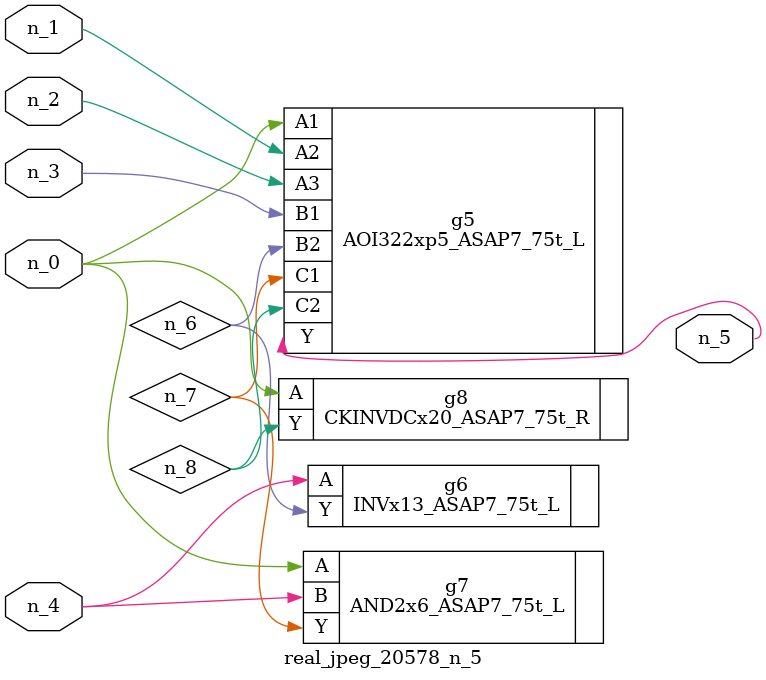
<source format=v>
module real_jpeg_20578_n_5 (n_4, n_0, n_1, n_2, n_3, n_5);

input n_4;
input n_0;
input n_1;
input n_2;
input n_3;

output n_5;

wire n_8;
wire n_6;
wire n_7;

AOI322xp5_ASAP7_75t_L g5 ( 
.A1(n_0),
.A2(n_1),
.A3(n_2),
.B1(n_3),
.B2(n_6),
.C1(n_7),
.C2(n_8),
.Y(n_5)
);

AND2x6_ASAP7_75t_L g7 ( 
.A(n_0),
.B(n_4),
.Y(n_7)
);

CKINVDCx20_ASAP7_75t_R g8 ( 
.A(n_0),
.Y(n_8)
);

INVx13_ASAP7_75t_L g6 ( 
.A(n_4),
.Y(n_6)
);


endmodule
</source>
